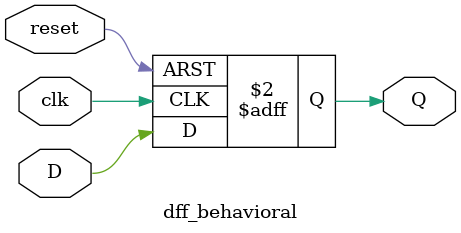
<source format=v>
module dff_behavioral(input D, clk, reset, output reg Q);
  always @(posedge clk or posedge reset) begin
    if (reset)
      Q <= 1'b0;
    else
      Q <= D;
  end
endmodule

</source>
